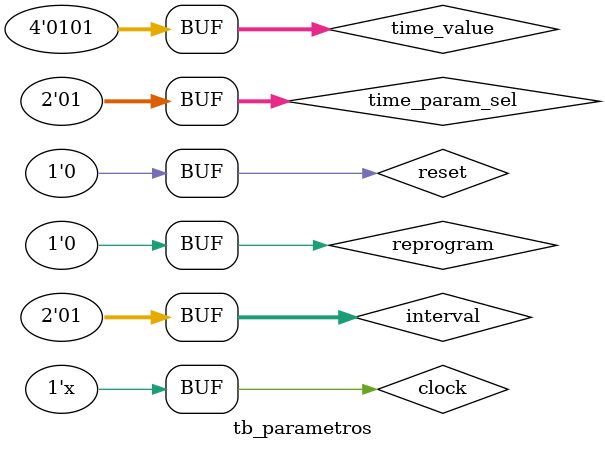
<source format=v>
`timescale 1ns/1ps

module tb_parametros;
reg [1:0] time_param_sel;
reg [1:0] interval;
reg [3:0] time_value;
reg reprogram;
reg clock;
reg reset;
wire [4:0] value;

Parametros_Tempo mux (
    .time_param_sel(time_param_sel), 
    .interval(interval),
    .time_value(time_value),
    .reprogram(reprogram), 
    .clock(clock), 
    .reset(reset),
    .value(value)
);

localparam PERIOD = 10;
always #(PERIOD/2) clock=~clock;

initial begin
    clock <= 1'b0;
    reset <= 1'b1;
    #PERIOD;
    reset <= 1'b0;
    interval <= 2'b11;
    repeat(10) begin
        #PERIOD;
    end
    reprogram <= 1'b1;
    time_param_sel <= 2'b01;
    time_value <= 5'b00101;
    #PERIOD;
    reprogram <= 1'b0;
    interval <= 2'b01; 
    repeat (10) begin
        #PERIOD;
    end
    reset <= 1'b1;
    #PERIOD;
    reset <= 1'b0;
end




endmodule
</source>
